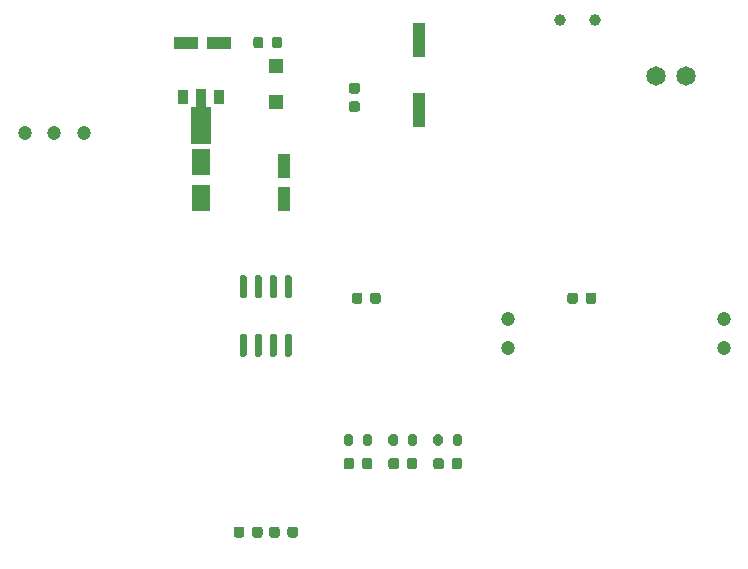
<source format=gbs>
G04 #@! TF.GenerationSoftware,KiCad,Pcbnew,(5.1.10)-1*
G04 #@! TF.CreationDate,2022-02-06T01:46:53+09:00*
G04 #@! TF.ProjectId,Power,506f7765-722e-46b6-9963-61645f706362,rev?*
G04 #@! TF.SameCoordinates,Original*
G04 #@! TF.FileFunction,Soldermask,Bot*
G04 #@! TF.FilePolarity,Negative*
%FSLAX46Y46*%
G04 Gerber Fmt 4.6, Leading zero omitted, Abs format (unit mm)*
G04 Created by KiCad (PCBNEW (5.1.10)-1) date 2022-02-06 01:46:53*
%MOMM*%
%LPD*%
G01*
G04 APERTURE LIST*
%ADD10C,1.000000*%
%ADD11R,1.000000X2.000000*%
%ADD12R,2.000000X1.000000*%
%ADD13C,1.200000*%
%ADD14R,1.600000X2.200000*%
%ADD15R,1.000000X3.000000*%
%ADD16R,1.220000X1.150000*%
%ADD17C,1.650000*%
%ADD18C,0.100000*%
%ADD19R,0.900000X1.300000*%
G04 APERTURE END LIST*
D10*
X19900000Y24600000D03*
X16900000Y24600000D03*
D11*
X-6500000Y12200000D03*
X-6500000Y9400000D03*
D12*
X-12000000Y22650000D03*
X-14800000Y22650000D03*
D13*
X30750000Y-3250000D03*
X30750000Y-750000D03*
D14*
X-13500000Y9500000D03*
X-13500000Y12500000D03*
D15*
X5000000Y22900000D03*
X5000000Y16900000D03*
G36*
G01*
X-250000Y18325000D02*
X-750000Y18325000D01*
G75*
G02*
X-975000Y18550000I0J225000D01*
G01*
X-975000Y19000000D01*
G75*
G02*
X-750000Y19225000I225000J0D01*
G01*
X-250000Y19225000D01*
G75*
G02*
X-25000Y19000000I0J-225000D01*
G01*
X-25000Y18550000D01*
G75*
G02*
X-250000Y18325000I-225000J0D01*
G01*
G37*
G36*
G01*
X-250000Y16775000D02*
X-750000Y16775000D01*
G75*
G02*
X-975000Y17000000I0J225000D01*
G01*
X-975000Y17450000D01*
G75*
G02*
X-750000Y17675000I225000J0D01*
G01*
X-250000Y17675000D01*
G75*
G02*
X-25000Y17450000I0J-225000D01*
G01*
X-25000Y17000000D01*
G75*
G02*
X-250000Y16775000I-225000J0D01*
G01*
G37*
G36*
G01*
X-6825000Y-18550000D02*
X-6825000Y-19050000D01*
G75*
G02*
X-7050000Y-19275000I-225000J0D01*
G01*
X-7500000Y-19275000D01*
G75*
G02*
X-7725000Y-19050000I0J225000D01*
G01*
X-7725000Y-18550000D01*
G75*
G02*
X-7500000Y-18325000I225000J0D01*
G01*
X-7050000Y-18325000D01*
G75*
G02*
X-6825000Y-18550000I0J-225000D01*
G01*
G37*
G36*
G01*
X-5275000Y-18550000D02*
X-5275000Y-19050000D01*
G75*
G02*
X-5500000Y-19275000I-225000J0D01*
G01*
X-5950000Y-19275000D01*
G75*
G02*
X-6175000Y-19050000I0J225000D01*
G01*
X-6175000Y-18550000D01*
G75*
G02*
X-5950000Y-18325000I225000J0D01*
G01*
X-5500000Y-18325000D01*
G75*
G02*
X-5275000Y-18550000I0J-225000D01*
G01*
G37*
G36*
G01*
X-9175000Y-19050000D02*
X-9175000Y-18550000D01*
G75*
G02*
X-8950000Y-18325000I225000J0D01*
G01*
X-8500000Y-18325000D01*
G75*
G02*
X-8275000Y-18550000I0J-225000D01*
G01*
X-8275000Y-19050000D01*
G75*
G02*
X-8500000Y-19275000I-225000J0D01*
G01*
X-8950000Y-19275000D01*
G75*
G02*
X-9175000Y-19050000I0J225000D01*
G01*
G37*
G36*
G01*
X-10725000Y-19050000D02*
X-10725000Y-18550000D01*
G75*
G02*
X-10500000Y-18325000I225000J0D01*
G01*
X-10050000Y-18325000D01*
G75*
G02*
X-9825000Y-18550000I0J-225000D01*
G01*
X-9825000Y-19050000D01*
G75*
G02*
X-10050000Y-19275000I-225000J0D01*
G01*
X-10500000Y-19275000D01*
G75*
G02*
X-10725000Y-19050000I0J225000D01*
G01*
G37*
G36*
G01*
X7075000Y-12750000D02*
X7075000Y-13250000D01*
G75*
G02*
X6850000Y-13475000I-225000J0D01*
G01*
X6400000Y-13475000D01*
G75*
G02*
X6175000Y-13250000I0J225000D01*
G01*
X6175000Y-12750000D01*
G75*
G02*
X6400000Y-12525000I225000J0D01*
G01*
X6850000Y-12525000D01*
G75*
G02*
X7075000Y-12750000I0J-225000D01*
G01*
G37*
G36*
G01*
X8625000Y-12750000D02*
X8625000Y-13250000D01*
G75*
G02*
X8400000Y-13475000I-225000J0D01*
G01*
X7950000Y-13475000D01*
G75*
G02*
X7725000Y-13250000I0J225000D01*
G01*
X7725000Y-12750000D01*
G75*
G02*
X7950000Y-12525000I225000J0D01*
G01*
X8400000Y-12525000D01*
G75*
G02*
X8625000Y-12750000I0J-225000D01*
G01*
G37*
G36*
G01*
X3275000Y-12750000D02*
X3275000Y-13250000D01*
G75*
G02*
X3050000Y-13475000I-225000J0D01*
G01*
X2600000Y-13475000D01*
G75*
G02*
X2375000Y-13250000I0J225000D01*
G01*
X2375000Y-12750000D01*
G75*
G02*
X2600000Y-12525000I225000J0D01*
G01*
X3050000Y-12525000D01*
G75*
G02*
X3275000Y-12750000I0J-225000D01*
G01*
G37*
G36*
G01*
X4825000Y-12750000D02*
X4825000Y-13250000D01*
G75*
G02*
X4600000Y-13475000I-225000J0D01*
G01*
X4150000Y-13475000D01*
G75*
G02*
X3925000Y-13250000I0J225000D01*
G01*
X3925000Y-12750000D01*
G75*
G02*
X4150000Y-12525000I225000J0D01*
G01*
X4600000Y-12525000D01*
G75*
G02*
X4825000Y-12750000I0J-225000D01*
G01*
G37*
G36*
G01*
X-525000Y-12750000D02*
X-525000Y-13250000D01*
G75*
G02*
X-750000Y-13475000I-225000J0D01*
G01*
X-1200000Y-13475000D01*
G75*
G02*
X-1425000Y-13250000I0J225000D01*
G01*
X-1425000Y-12750000D01*
G75*
G02*
X-1200000Y-12525000I225000J0D01*
G01*
X-750000Y-12525000D01*
G75*
G02*
X-525000Y-12750000I0J-225000D01*
G01*
G37*
G36*
G01*
X1025000Y-12750000D02*
X1025000Y-13250000D01*
G75*
G02*
X800000Y-13475000I-225000J0D01*
G01*
X350000Y-13475000D01*
G75*
G02*
X125000Y-13250000I0J225000D01*
G01*
X125000Y-12750000D01*
G75*
G02*
X350000Y-12525000I225000J0D01*
G01*
X800000Y-12525000D01*
G75*
G02*
X1025000Y-12750000I0J-225000D01*
G01*
G37*
G36*
G01*
X19075000Y750000D02*
X19075000Y1250000D01*
G75*
G02*
X19300000Y1475000I225000J0D01*
G01*
X19750000Y1475000D01*
G75*
G02*
X19975000Y1250000I0J-225000D01*
G01*
X19975000Y750000D01*
G75*
G02*
X19750000Y525000I-225000J0D01*
G01*
X19300000Y525000D01*
G75*
G02*
X19075000Y750000I0J225000D01*
G01*
G37*
G36*
G01*
X17525000Y750000D02*
X17525000Y1250000D01*
G75*
G02*
X17750000Y1475000I225000J0D01*
G01*
X18200000Y1475000D01*
G75*
G02*
X18425000Y1250000I0J-225000D01*
G01*
X18425000Y750000D01*
G75*
G02*
X18200000Y525000I-225000J0D01*
G01*
X17750000Y525000D01*
G75*
G02*
X17525000Y750000I0J225000D01*
G01*
G37*
G36*
G01*
X825000Y750000D02*
X825000Y1250000D01*
G75*
G02*
X1050000Y1475000I225000J0D01*
G01*
X1500000Y1475000D01*
G75*
G02*
X1725000Y1250000I0J-225000D01*
G01*
X1725000Y750000D01*
G75*
G02*
X1500000Y525000I-225000J0D01*
G01*
X1050000Y525000D01*
G75*
G02*
X825000Y750000I0J225000D01*
G01*
G37*
G36*
G01*
X-725000Y750000D02*
X-725000Y1250000D01*
G75*
G02*
X-500000Y1475000I225000J0D01*
G01*
X-50000Y1475000D01*
G75*
G02*
X175000Y1250000I0J-225000D01*
G01*
X175000Y750000D01*
G75*
G02*
X-50000Y525000I-225000J0D01*
G01*
X-500000Y525000D01*
G75*
G02*
X-725000Y750000I0J225000D01*
G01*
G37*
D16*
X-7100000Y17600000D03*
X-7100000Y20700000D03*
G36*
G01*
X-7500000Y22393750D02*
X-7500000Y22906250D01*
G75*
G02*
X-7281250Y23125000I218750J0D01*
G01*
X-6843750Y23125000D01*
G75*
G02*
X-6625000Y22906250I0J-218750D01*
G01*
X-6625000Y22393750D01*
G75*
G02*
X-6843750Y22175000I-218750J0D01*
G01*
X-7281250Y22175000D01*
G75*
G02*
X-7500000Y22393750I0J218750D01*
G01*
G37*
G36*
G01*
X-9075000Y22393750D02*
X-9075000Y22906250D01*
G75*
G02*
X-8856250Y23125000I218750J0D01*
G01*
X-8418750Y23125000D01*
G75*
G02*
X-8200000Y22906250I0J-218750D01*
G01*
X-8200000Y22393750D01*
G75*
G02*
X-8418750Y22175000I-218750J0D01*
G01*
X-8856250Y22175000D01*
G75*
G02*
X-9075000Y22393750I0J218750D01*
G01*
G37*
D17*
X27550000Y19800000D03*
X25050000Y19800000D03*
D13*
X-23400000Y15000000D03*
X-25900000Y15000000D03*
X-28400000Y15000000D03*
X12500000Y-3250000D03*
X12500000Y-750000D03*
G36*
G01*
X7825000Y-11275000D02*
X7825000Y-10725000D01*
G75*
G02*
X8025000Y-10525000I200000J0D01*
G01*
X8425000Y-10525000D01*
G75*
G02*
X8625000Y-10725000I0J-200000D01*
G01*
X8625000Y-11275000D01*
G75*
G02*
X8425000Y-11475000I-200000J0D01*
G01*
X8025000Y-11475000D01*
G75*
G02*
X7825000Y-11275000I0J200000D01*
G01*
G37*
G36*
G01*
X6175000Y-11275000D02*
X6175000Y-10725000D01*
G75*
G02*
X6375000Y-10525000I200000J0D01*
G01*
X6775000Y-10525000D01*
G75*
G02*
X6975000Y-10725000I0J-200000D01*
G01*
X6975000Y-11275000D01*
G75*
G02*
X6775000Y-11475000I-200000J0D01*
G01*
X6375000Y-11475000D01*
G75*
G02*
X6175000Y-11275000I0J200000D01*
G01*
G37*
G36*
G01*
X4025000Y-11275000D02*
X4025000Y-10725000D01*
G75*
G02*
X4225000Y-10525000I200000J0D01*
G01*
X4625000Y-10525000D01*
G75*
G02*
X4825000Y-10725000I0J-200000D01*
G01*
X4825000Y-11275000D01*
G75*
G02*
X4625000Y-11475000I-200000J0D01*
G01*
X4225000Y-11475000D01*
G75*
G02*
X4025000Y-11275000I0J200000D01*
G01*
G37*
G36*
G01*
X2375000Y-11275000D02*
X2375000Y-10725000D01*
G75*
G02*
X2575000Y-10525000I200000J0D01*
G01*
X2975000Y-10525000D01*
G75*
G02*
X3175000Y-10725000I0J-200000D01*
G01*
X3175000Y-11275000D01*
G75*
G02*
X2975000Y-11475000I-200000J0D01*
G01*
X2575000Y-11475000D01*
G75*
G02*
X2375000Y-11275000I0J200000D01*
G01*
G37*
G36*
G01*
X225000Y-11275000D02*
X225000Y-10725000D01*
G75*
G02*
X425000Y-10525000I200000J0D01*
G01*
X825000Y-10525000D01*
G75*
G02*
X1025000Y-10725000I0J-200000D01*
G01*
X1025000Y-11275000D01*
G75*
G02*
X825000Y-11475000I-200000J0D01*
G01*
X425000Y-11475000D01*
G75*
G02*
X225000Y-11275000I0J200000D01*
G01*
G37*
G36*
G01*
X-1425000Y-11275000D02*
X-1425000Y-10725000D01*
G75*
G02*
X-1225000Y-10525000I200000J0D01*
G01*
X-825000Y-10525000D01*
G75*
G02*
X-625000Y-10725000I0J-200000D01*
G01*
X-625000Y-11275000D01*
G75*
G02*
X-825000Y-11475000I-200000J0D01*
G01*
X-1225000Y-11475000D01*
G75*
G02*
X-1425000Y-11275000I0J200000D01*
G01*
G37*
G36*
G01*
X-5945000Y1000000D02*
X-6245000Y1000000D01*
G75*
G02*
X-6395000Y1150000I0J150000D01*
G01*
X-6395000Y2800000D01*
G75*
G02*
X-6245000Y2950000I150000J0D01*
G01*
X-5945000Y2950000D01*
G75*
G02*
X-5795000Y2800000I0J-150000D01*
G01*
X-5795000Y1150000D01*
G75*
G02*
X-5945000Y1000000I-150000J0D01*
G01*
G37*
G36*
G01*
X-7215000Y1000000D02*
X-7515000Y1000000D01*
G75*
G02*
X-7665000Y1150000I0J150000D01*
G01*
X-7665000Y2800000D01*
G75*
G02*
X-7515000Y2950000I150000J0D01*
G01*
X-7215000Y2950000D01*
G75*
G02*
X-7065000Y2800000I0J-150000D01*
G01*
X-7065000Y1150000D01*
G75*
G02*
X-7215000Y1000000I-150000J0D01*
G01*
G37*
G36*
G01*
X-8485000Y1000000D02*
X-8785000Y1000000D01*
G75*
G02*
X-8935000Y1150000I0J150000D01*
G01*
X-8935000Y2800000D01*
G75*
G02*
X-8785000Y2950000I150000J0D01*
G01*
X-8485000Y2950000D01*
G75*
G02*
X-8335000Y2800000I0J-150000D01*
G01*
X-8335000Y1150000D01*
G75*
G02*
X-8485000Y1000000I-150000J0D01*
G01*
G37*
G36*
G01*
X-9755000Y1000000D02*
X-10055000Y1000000D01*
G75*
G02*
X-10205000Y1150000I0J150000D01*
G01*
X-10205000Y2800000D01*
G75*
G02*
X-10055000Y2950000I150000J0D01*
G01*
X-9755000Y2950000D01*
G75*
G02*
X-9605000Y2800000I0J-150000D01*
G01*
X-9605000Y1150000D01*
G75*
G02*
X-9755000Y1000000I-150000J0D01*
G01*
G37*
G36*
G01*
X-9755000Y-3950000D02*
X-10055000Y-3950000D01*
G75*
G02*
X-10205000Y-3800000I0J150000D01*
G01*
X-10205000Y-2150000D01*
G75*
G02*
X-10055000Y-2000000I150000J0D01*
G01*
X-9755000Y-2000000D01*
G75*
G02*
X-9605000Y-2150000I0J-150000D01*
G01*
X-9605000Y-3800000D01*
G75*
G02*
X-9755000Y-3950000I-150000J0D01*
G01*
G37*
G36*
G01*
X-8485000Y-3950000D02*
X-8785000Y-3950000D01*
G75*
G02*
X-8935000Y-3800000I0J150000D01*
G01*
X-8935000Y-2150000D01*
G75*
G02*
X-8785000Y-2000000I150000J0D01*
G01*
X-8485000Y-2000000D01*
G75*
G02*
X-8335000Y-2150000I0J-150000D01*
G01*
X-8335000Y-3800000D01*
G75*
G02*
X-8485000Y-3950000I-150000J0D01*
G01*
G37*
G36*
G01*
X-7215000Y-3950000D02*
X-7515000Y-3950000D01*
G75*
G02*
X-7665000Y-3800000I0J150000D01*
G01*
X-7665000Y-2150000D01*
G75*
G02*
X-7515000Y-2000000I150000J0D01*
G01*
X-7215000Y-2000000D01*
G75*
G02*
X-7065000Y-2150000I0J-150000D01*
G01*
X-7065000Y-3800000D01*
G75*
G02*
X-7215000Y-3950000I-150000J0D01*
G01*
G37*
G36*
G01*
X-5945000Y-3950000D02*
X-6245000Y-3950000D01*
G75*
G02*
X-6395000Y-3800000I0J150000D01*
G01*
X-6395000Y-2150000D01*
G75*
G02*
X-6245000Y-2000000I150000J0D01*
G01*
X-5945000Y-2000000D01*
G75*
G02*
X-5795000Y-2150000I0J-150000D01*
G01*
X-5795000Y-3800000D01*
G75*
G02*
X-5945000Y-3950000I-150000J0D01*
G01*
G37*
D18*
G36*
X-14366500Y14100000D02*
G01*
X-14366500Y17225000D01*
X-13950000Y17225000D01*
X-13950000Y18700000D01*
X-13050000Y18700000D01*
X-13050000Y17225000D01*
X-12633500Y17225000D01*
X-12633500Y14100000D01*
X-14366500Y14100000D01*
G37*
D19*
X-12000000Y18050000D03*
X-15000000Y18050000D03*
M02*

</source>
